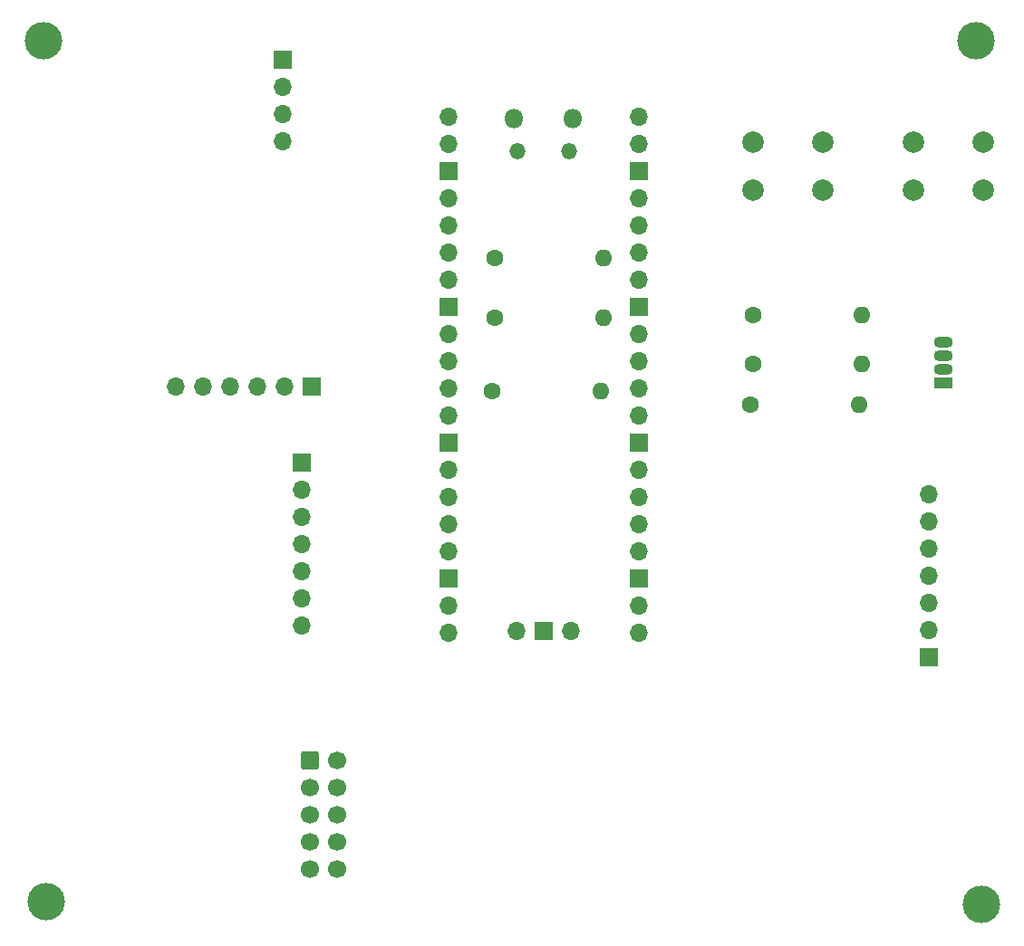
<source format=gbr>
%TF.GenerationSoftware,KiCad,Pcbnew,(6.0.1)*%
%TF.CreationDate,2022-11-11T16:48:08-03:00*%
%TF.ProjectId,Circuito esquem_tico,43697263-7569-4746-9f20-65737175656d,rev?*%
%TF.SameCoordinates,Original*%
%TF.FileFunction,Soldermask,Bot*%
%TF.FilePolarity,Negative*%
%FSLAX46Y46*%
G04 Gerber Fmt 4.6, Leading zero omitted, Abs format (unit mm)*
G04 Created by KiCad (PCBNEW (6.0.1)) date 2022-11-11 16:48:08*
%MOMM*%
%LPD*%
G01*
G04 APERTURE LIST*
G04 Aperture macros list*
%AMRoundRect*
0 Rectangle with rounded corners*
0 $1 Rounding radius*
0 $2 $3 $4 $5 $6 $7 $8 $9 X,Y pos of 4 corners*
0 Add a 4 corners polygon primitive as box body*
4,1,4,$2,$3,$4,$5,$6,$7,$8,$9,$2,$3,0*
0 Add four circle primitives for the rounded corners*
1,1,$1+$1,$2,$3*
1,1,$1+$1,$4,$5*
1,1,$1+$1,$6,$7*
1,1,$1+$1,$8,$9*
0 Add four rect primitives between the rounded corners*
20,1,$1+$1,$2,$3,$4,$5,0*
20,1,$1+$1,$4,$5,$6,$7,0*
20,1,$1+$1,$6,$7,$8,$9,0*
20,1,$1+$1,$8,$9,$2,$3,0*%
G04 Aperture macros list end*
%ADD10C,1.600000*%
%ADD11O,1.600000X1.600000*%
%ADD12R,1.700000X1.700000*%
%ADD13O,1.700000X1.700000*%
%ADD14C,3.500000*%
%ADD15RoundRect,0.250000X-0.600000X-0.600000X0.600000X-0.600000X0.600000X0.600000X-0.600000X0.600000X0*%
%ADD16C,1.700000*%
%ADD17C,2.000000*%
%ADD18R,1.800000X1.070000*%
%ADD19O,1.800000X1.070000*%
%ADD20O,1.800000X1.800000*%
%ADD21O,1.500000X1.500000*%
G04 APERTURE END LIST*
D10*
%TO.C,R6*%
X158496000Y-73406000D03*
D11*
X168656000Y-73406000D03*
%TD*%
D12*
%TO.C,J3*%
X114808000Y-41148000D03*
D13*
X114808000Y-43688000D03*
X114808000Y-46228000D03*
X114808000Y-48768000D03*
%TD*%
D10*
%TO.C,R5*%
X158750000Y-69596000D03*
D11*
X168910000Y-69596000D03*
%TD*%
D12*
%TO.C,J4*%
X117577006Y-71709991D03*
D13*
X115037006Y-71709991D03*
X112497006Y-71709991D03*
X109957006Y-71709991D03*
X107417006Y-71709991D03*
X104877006Y-71709991D03*
%TD*%
D14*
%TO.C,REF\u002A\u002A*%
X92710000Y-119888000D03*
%TD*%
D15*
%TO.C,J6*%
X117357500Y-106680000D03*
D16*
X119897500Y-106680000D03*
X117357500Y-109220000D03*
X119897500Y-109220000D03*
X117357500Y-111760000D03*
X119897500Y-111760000D03*
X117357500Y-114300000D03*
X119897500Y-114300000D03*
X117357500Y-116840000D03*
X119897500Y-116840000D03*
%TD*%
D10*
%TO.C,R4*%
X158750000Y-65024000D03*
D11*
X168910000Y-65024000D03*
%TD*%
D12*
%TO.C,J1*%
X116611000Y-78760000D03*
D13*
X116611000Y-81300000D03*
X116611000Y-83840000D03*
X116611000Y-86380000D03*
X116611000Y-88920000D03*
X116611000Y-91460000D03*
X116611000Y-94000000D03*
%TD*%
D14*
%TO.C,REF\u002A\u002A*%
X92456000Y-39370000D03*
%TD*%
D17*
%TO.C,SW2*%
X165302000Y-48804000D03*
X158802000Y-48804000D03*
X165302000Y-53304000D03*
X158802000Y-53304000D03*
%TD*%
D18*
%TO.C,D1*%
X176530000Y-71374000D03*
D19*
X176530000Y-70104000D03*
X176530000Y-68834000D03*
X176530000Y-67564000D03*
%TD*%
D10*
%TO.C,R1*%
X134620000Y-59690000D03*
D11*
X144780000Y-59690000D03*
%TD*%
D10*
%TO.C,R2*%
X134620000Y-65278000D03*
D11*
X144780000Y-65278000D03*
%TD*%
D20*
%TO.C,U1*%
X141917000Y-46612000D03*
X136467000Y-46612000D03*
D21*
X136767000Y-49642000D03*
X141617000Y-49642000D03*
D13*
X130302000Y-46482000D03*
X130302000Y-49022000D03*
D12*
X130302000Y-51562000D03*
D13*
X130302000Y-54102000D03*
X130302000Y-56642000D03*
X130302000Y-59182000D03*
X130302000Y-61722000D03*
D12*
X130302000Y-64262000D03*
D13*
X130302000Y-66802000D03*
X130302000Y-69342000D03*
X130302000Y-71882000D03*
X130302000Y-74422000D03*
D12*
X130302000Y-76962000D03*
D13*
X130302000Y-79502000D03*
X130302000Y-82042000D03*
X130302000Y-84582000D03*
X130302000Y-87122000D03*
D12*
X130302000Y-89662000D03*
D13*
X130302000Y-92202000D03*
X130302000Y-94742000D03*
X148082000Y-94742000D03*
X148082000Y-92202000D03*
D12*
X148082000Y-89662000D03*
D13*
X148082000Y-87122000D03*
X148082000Y-84582000D03*
X148082000Y-82042000D03*
X148082000Y-79502000D03*
D12*
X148082000Y-76962000D03*
D13*
X148082000Y-74422000D03*
X148082000Y-71882000D03*
X148082000Y-69342000D03*
X148082000Y-66802000D03*
D12*
X148082000Y-64262000D03*
D13*
X148082000Y-61722000D03*
X148082000Y-59182000D03*
X148082000Y-56642000D03*
X148082000Y-54102000D03*
D12*
X148082000Y-51562000D03*
D13*
X148082000Y-49022000D03*
X148082000Y-46482000D03*
X136652000Y-94512000D03*
D12*
X139192000Y-94512000D03*
D13*
X141732000Y-94512000D03*
%TD*%
D12*
%TO.C,J5*%
X175235000Y-97008000D03*
D13*
X175235000Y-94468000D03*
X175235000Y-91928000D03*
X175235000Y-89388000D03*
X175235000Y-86848000D03*
X175235000Y-84308000D03*
X175235000Y-81768000D03*
%TD*%
D10*
%TO.C,R3*%
X134366000Y-72136000D03*
D11*
X144526000Y-72136000D03*
%TD*%
D17*
%TO.C,SW1*%
X180288000Y-48804000D03*
X173788000Y-48804000D03*
X180288000Y-53304000D03*
X173788000Y-53304000D03*
%TD*%
D14*
%TO.C,REF\u002A\u002A*%
X179578000Y-39370000D03*
%TD*%
%TO.C,REF\u002A\u002A*%
X180086000Y-120142000D03*
%TD*%
M02*

</source>
